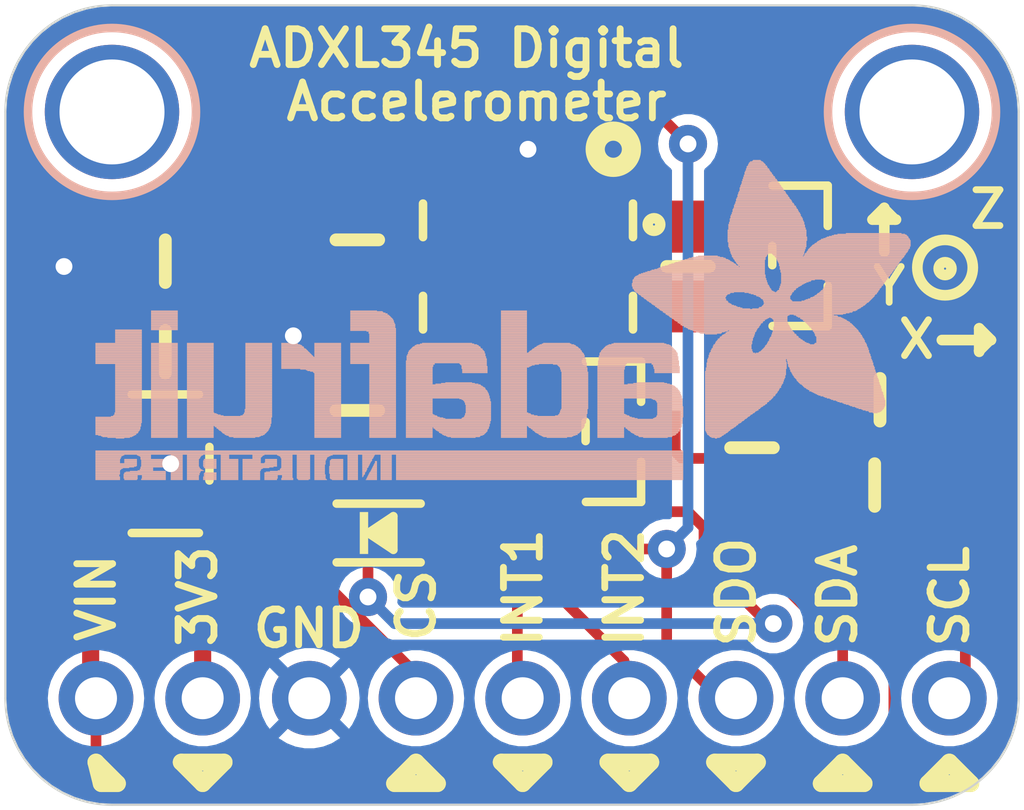
<source format=kicad_pcb>
(kicad_pcb (version 20221018) (generator pcbnew)
  (layers (0 "F.Cu" signal) (31 "B.Cu" signal) (34 "B.Paste" user) (35 "F.Paste" user) (36 "B.SilkS" user "B.Silkscreen") (37 "F.SilkS" user "F.Silkscreen") (38 "B.Mask" user) (39 "F.Mask" user) (44 "Edge.Cuts" user))
  (net 0 "")
  (net 1 "GND")
  (net 2 "CS_3V")
  (net 3 "INT1")
  (net 4 "INT2")
  (net 5 "SCL_3V")
  (net 6 "SDA/SDIO_3V")
  (net 7 "SDO/ADDR")
  (net 8 "3.3V")
  (net 9 "VIN")
  (net 10 "CS")
  (net 11 "SDA/SDIO")
  (net 12 "SCL")
  (footprint "working:LGA14" (layer "F.Cu") (at 148.8821 101.7016)
    (fp_text reference "U1" hide)
    (fp_text value "" hide)
    (pad "1" smd rect (at 2 -1.1) (size 0.5 1.2) (layers "F.Cu" "F.Paste" "F.Mask") (net 8 "3.3V"))
    (pad "2" smd rect (at 1.2 -1.1 180) (size 0.5 1.2) (layers "F.Cu" "F.Paste" "F.Mask") (net 1 "GND"))
    (pad "3" smd rect (at 0.4 -1.1 180) (size 0.5 1.2) (layers "F.Cu" "F.Paste" "F.Mask"))
    (pad "4" smd rect (at -0.4 -1.1 180) (size 0.5 1.2) (layers "F.Cu" "F.Paste" "F.Mask") (net 1 "GND"))
    (pad "5" smd rect (at -1.2 -1.1 180) (size 0.5 1.2) (layers "F.Cu" "F.Paste" "F.Mask") (net 1 "GND"))
    (pad "6" smd rect (at -2 -1.1 180) (size 0.5 1.2) (layers "F.Cu" "F.Paste" "F.Mask") (net 8 "3.3V"))
    (pad "7" smd rect (at -2.1 0 270) (size 0.5 1.2) (layers "F.Cu" "F.Paste" "F.Mask") (net 2 "CS_3V"))
    (pad "8" smd rect (at -2 1.1 180) (size 0.5 1.2) (layers "F.Cu" "F.Paste" "F.Mask") (net 3 "INT1"))
    (pad "9" smd rect (at -1.2 1.1 180) (size 0.5 1.2) (layers "F.Cu" "F.Paste" "F.Mask") (net 4 "INT2"))
    (pad "10" smd rect (at -0.4 1.1) (size 0.5 1.2) (layers "F.Cu" "F.Paste" "F.Mask"))
    (pad "11" smd rect (at 0.4 1.1) (size 0.5 1.2) (layers "F.Cu" "F.Paste" "F.Mask"))
    (pad "12" smd rect (at 1.2 1.1) (size 0.5 1.2) (layers "F.Cu" "F.Paste" "F.Mask") (net 7 "SDO/ADDR"))
    (pad "13" smd rect (at 2 1.1) (size 0.5 1.2) (layers "F.Cu" "F.Paste" "F.Mask") (net 6 "SDA/SDIO_3V"))
    (pad "14" smd rect (at 2.1 0 90) (size 0.5 1.2) (layers "F.Cu" "F.Paste" "F.Mask") (net 5 "SCL_3V"))
  )
  (footprint "working:0805-NO" (layer "F.Cu") (at 152.6921 101.7016 90)
    (fp_text reference "R3" hide)
    (fp_text value "10K" hide)
    (pad "1" smd rect (at -0.95 0 90) (size 1.24 1.5) (layers "F.Cu" "F.Paste" "F.Mask") (net 6 "SDA/SDIO_3V"))
    (pad "2" smd rect (at 0.95 0 90) (size 1.24 1.5) (layers "F.Cu" "F.Paste" "F.Mask") (net 8 "3.3V"))
  )
  (footprint "working:1X09_ROUND_70" (layer "F.Cu") (at 148.7551 111.9886)
    (fp_text reference "JP1" hide)
    (fp_text value "" hide)
    (pad "1" thru_hole circle (at -10.16 0 90) (size 1.778 1.778) (drill 1) (layers "*.Cu" "*.Mask") (net 9 "VIN"))
    (pad "2" thru_hole circle (at -7.62 0 90) (size 1.778 1.778) (drill 1) (layers "*.Cu" "*.Mask") (net 8 "3.3V"))
    (pad "3" thru_hole circle (at -5.08 0 90) (size 1.778 1.778) (drill 1) (layers "*.Cu" "*.Mask") (net 1 "GND"))
    (pad "4" thru_hole circle (at -2.54 0 90) (size 1.778 1.778) (drill 1) (layers "*.Cu" "*.Mask") (net 10 "CS"))
    (pad "5" thru_hole circle (at 0 0 90) (size 1.778 1.778) (drill 1) (layers "*.Cu" "*.Mask") (net 3 "INT1"))
    (pad "6" thru_hole circle (at 2.54 0 90) (size 1.778 1.778) (drill 1) (layers "*.Cu" "*.Mask") (net 4 "INT2"))
    (pad "7" thru_hole circle (at 5.08 0 90) (size 1.778 1.778) (drill 1) (layers "*.Cu" "*.Mask") (net 7 "SDO/ADDR"))
    (pad "8" thru_hole circle (at 7.62 0 90) (size 1.778 1.778) (drill 1) (layers "*.Cu" "*.Mask") (net 11 "SDA/SDIO"))
    (pad "9" thru_hole circle (at 10.16 0 90) (size 1.778 1.778) (drill 1) (layers "*.Cu" "*.Mask") (net 12 "SCL"))
  )
  (footprint "working:0805-NO" (layer "F.Cu") (at 144.8181 101.0666 -90)
    (fp_text reference "C1" hide)
    (fp_text value "0.1uF" hide)
    (pad "1" smd rect (at -0.95 0 270) (size 1.24 1.5) (layers "F.Cu" "F.Paste" "F.Mask") (net 8 "3.3V"))
    (pad "2" smd rect (at 0.95 0 270) (size 1.24 1.5) (layers "F.Cu" "F.Paste" "F.Mask") (net 1 "GND"))
  )
  (footprint "working:0805-NO" (layer "F.Cu") (at 144.8181 105.1306 -90)
    (fp_text reference "R2" hide)
    (fp_text value "10K" hide)
    (pad "1" smd rect (at -0.95 0 270) (size 1.24 1.5) (layers "F.Cu" "F.Paste" "F.Mask") (net 2 "CS_3V"))
    (pad "2" smd rect (at 0.95 0 270) (size 1.24 1.5) (layers "F.Cu" "F.Paste" "F.Mask") (net 8 "3.3V"))
  )
  (footprint "working:SOT23-WIDE" (layer "F.Cu") (at 155.3591 101.4476 -90)
    (fp_text reference "Q2" hide)
    (fp_text value "BSS138" hide)
    (pad "1" smd rect (at -0.95 1 270) (size 1 1.2) (layers "F.Cu" "F.Paste" "F.Mask") (net 8 "3.3V"))
    (pad "2" smd rect (at 0.95 1 270) (size 1 1.2) (layers "F.Cu" "F.Paste" "F.Mask") (net 5 "SCL_3V"))
    (pad "3" smd rect (at 0 -1 270) (size 1 1.2) (layers "F.Cu" "F.Paste" "F.Mask") (net 12 "SCL"))
  )
  (footprint "working:0805-NO" (layer "F.Cu") (at 140.2461 101.5746)
    (fp_text reference "R7" hide)
    (fp_text value "10K" hide)
    (pad "1" smd rect (at -0.95 0) (size 1.24 1.5) (layers "F.Cu" "F.Paste" "F.Mask") (net 1 "GND"))
    (pad "2" smd rect (at 0.95 0) (size 1.24 1.5) (layers "F.Cu" "F.Paste" "F.Mask") (net 7 "SDO/ADDR"))
  )
  (footprint "working:0805-NO" (layer "F.Cu") (at 157.2641 104.8766)
    (fp_text reference "R1" hide)
    (fp_text value "10K" hide)
    (pad "1" smd rect (at -0.95 0) (size 1.24 1.5) (layers "F.Cu" "F.Paste" "F.Mask") (net 5 "SCL_3V"))
    (pad "2" smd rect (at 0.95 0) (size 1.24 1.5) (layers "F.Cu" "F.Paste" "F.Mask") (net 8 "3.3V"))
  )
  (footprint "working:SOD-323_MINI" (layer "F.Cu") (at 145.3261 108.0516)
    (fp_text reference "D1" hide)
    (fp_text value "1N4148" hide)
    (pad "A" smd rect (at 1.07 0) (size 0.9 0.8) (layers "F.Cu" "F.Paste" "F.Mask") (net 2 "CS_3V"))
    (pad "C" smd rect (at -1.07 0) (size 0.9 0.8) (layers "F.Cu" "F.Paste" "F.Mask") (net 10 "CS"))
  )
  (footprint "working:SOT23-5" (layer "F.Cu") (at 140.2461 106.4006 -90)
    (fp_text reference "U2" hide)
    (fp_text value "" hide)
    (pad "1" smd rect (at -0.95 1.3001 270) (size 0.55 1.2) (layers "F.Cu" "F.Paste" "F.Mask") (net 9 "VIN"))
    (pad "2" smd rect (at 0 1.3001 270) (size 0.55 1.2) (layers "F.Cu" "F.Paste" "F.Mask") (net 1 "GND"))
    (pad "3" smd rect (at 0.95 1.3001 270) (size 0.55 1.2) (layers "F.Cu" "F.Paste" "F.Mask") (net 9 "VIN"))
    (pad "4" smd rect (at 0.95 -1.3001 270) (size 0.55 1.2) (layers "F.Cu" "F.Paste" "F.Mask"))
    (pad "5" smd rect (at -0.95 -1.3001 270) (size 0.55 1.2) (layers "F.Cu" "F.Paste" "F.Mask") (net 8 "3.3V"))
  )
  (footprint "working:FIDUCIAL_1MM" (layer "F.Cu") (at 141.5923 99.441)
    (fp_text reference "U$1" hide)
    (fp_text value "FIDUCIAL" hide)
    (pad "1" smd roundrect (at 0 0) (size 1 1) (layers "F.Cu") (roundrect_rratio 0.5))
  )
  (footprint "working:0805-NO" (layer "F.Cu") (at 140.2461 103.7336)
    (fp_text reference "C3" hide)
    (fp_text value "10µF" hide)
    (pad "1" smd rect (at -0.95 0) (size 1.24 1.5) (layers "F.Cu" "F.Paste" "F.Mask") (net 9 "VIN"))
    (pad "2" smd rect (at 0.95 0) (size 1.24 1.5) (layers "F.Cu" "F.Paste" "F.Mask") (net 1 "GND"))
  )
  (footprint "working:0805-NO" (layer "F.Cu") (at 157.1371 106.9086 180)
    (fp_text reference "R6" hide)
    (fp_text value "10K" hide)
    (pad "1" smd rect (at -0.95 0 180) (size 1.24 1.5) (layers "F.Cu" "F.Paste" "F.Mask") (net 12 "SCL"))
    (pad "2" smd rect (at 0.95 0 180) (size 1.24 1.5) (layers "F.Cu" "F.Paste" "F.Mask") (net 9 "VIN"))
  )
  (footprint "working:FIDUCIAL_1MM" (layer "F.Cu") (at 157.5181 109.0676)
    (fp_text reference "U$3" hide)
    (fp_text value "FIDUCIAL" hide)
    (pad "1" smd roundrect (at 0 0) (size 1 1) (layers "F.Cu") (roundrect_rratio 0.5))
  )
  (footprint "working:SOT23-WIDE" (layer "F.Cu") (at 150.9141 105.6386 -90)
    (fp_text reference "Q1" hide)
    (fp_text value "BSS138" hide)
    (pad "1" smd rect (at -0.95 1 270) (size 1 1.2) (layers "F.Cu" "F.Paste" "F.Mask") (net 8 "3.3V"))
    (pad "2" smd rect (at 0.95 1 270) (size 1 1.2) (layers "F.Cu" "F.Paste" "F.Mask") (net 6 "SDA/SDIO_3V"))
    (pad "3" smd rect (at 0 -1 270) (size 1 1.2) (layers "F.Cu" "F.Paste" "F.Mask") (net 11 "SDA/SDIO"))
  )
  (footprint "working:0805-NO" (layer "F.Cu") (at 154.2161 106.0196 90)
    (fp_text reference "R5" hide)
    (fp_text value "10K" hide)
    (pad "1" smd rect (at -0.95 0 90) (size 1.24 1.5) (layers "F.Cu" "F.Paste" "F.Mask") (net 11 "SDA/SDIO"))
    (pad "2" smd rect (at 0.95 0 90) (size 1.24 1.5) (layers "F.Cu" "F.Paste" "F.Mask") (net 9 "VIN"))
  )
  (footprint "working:MOUNTINGHOLE_2.5_PLATED" (layer "B.Cu") (at 158.0261 98.0186 180)
    (fp_text reference "U$4" hide)
    (fp_text value "MOUNTINGHOLE2.5" hide)
    (pad "P$1" thru_hole circle (at 0 0 180) (size 3.2 3.2) (drill 2.5) (layers "*.Cu" "*.Mask"))
    (zone (net 0) (net_name "") (layer "B.Cu") (connect_pads (clearance 0)) (min_thickness 0.25)
      (keepout (tracks not_allowed) (vias not_allowed) (pads not_allowed) (copperpour not_allowed) (footprints allowed))
      (fill (thermal_gap 0.5) (thermal_bridge_width 0.5))
      (polygon (pts (xy 156.0101 98.0186) (xy 156.02972 97.738027) (xy 156.088196 97.462915) (xy 156.184392 97.198619) (xy 156.316435 96.950283) (xy 156.481754 96.72274) (xy 156.677133 96.52042) (xy 156.898767 96.34726) (xy 157.142344 96.206631) (xy 157.403122 96.10127) (xy 157.676025 96.033228) (xy 157.955743 96.003828) (xy 158.236829 96.013644) (xy 158.513815 96.062484) (xy 158.781307 96.149397) (xy 159.0341 96.272693) (xy 159.267274 96.42997) (xy 159.476289 96.618169) (xy 159.657078 96.833625) (xy 159.806122 97.072145) (xy 159.92052 97.329087) (xy 159.998046 97.59945) (xy 160.037189 97.877971) (xy 160.037189 98.159229) (xy 159.998046 98.43775) (xy 159.92052 98.708113) (xy 159.806122 98.965055) (xy 159.657078 99.203575) (xy 159.476289 99.419031) (xy 159.267274 99.60723) (xy 159.0341 99.764507) (xy 158.781307 99.887803) (xy 158.513815 99.974716) (xy 158.236829 100.023556) (xy 157.955743 100.033372) (xy 157.676025 100.003972) (xy 157.403122 99.93593) (xy 157.142344 99.830569) (xy 156.898767 99.68994) (xy 156.677133 99.51678) (xy 156.481754 99.31446) (xy 156.316435 99.086917) (xy 156.184392 98.838581) (xy 156.088196 98.574285) (xy 156.02972 98.299173)))
      (polygon (pts (xy 158.0421 98.0186) (xy 158.037414 98.029914) (xy 158.0261 98.0346) (xy 158.014786 98.029914) (xy 158.0101 98.0186) (xy 158.014786 98.007286) (xy 158.0261 98.0026) (xy 158.037414 98.007286)))
    )
  )
  (footprint "working:ADAFRUIT_TEXT_20MM" (layer "B.Cu") (at 158.1531 106.7816 180)
    (fp_text reference "U$7" hide)
    (fp_text value "" hide)
  )
  (footprint "working:MOUNTINGHOLE_2.5_PLATED" (layer "B.Cu") (at 138.9761 98.0186 180)
    (fp_text reference "U$6" hide)
    (fp_text value "MOUNTINGHOLE2.5" hide)
    (pad "P$1" thru_hole circle (at 0 0 180) (size 3.2 3.2) (drill 2.5) (layers "*.Cu" "*.Mask"))
    (zone (net 0) (net_name "") (layer "B.Cu") (connect_pads (clearance 0)) (min_thickness 0.25)
      (keepout (tracks not_allowed) (vias not_allowed) (pads not_allowed) (copperpour not_allowed) (footprints allowed))
      (fill (thermal_gap 0.5) (thermal_bridge_width 0.5))
      (polygon (pts (xy 136.9601 98.0186) (xy 136.97972 97.738027) (xy 137.038196 97.462915) (xy 137.134392 97.198619) (xy 137.266435 96.950283) (xy 137.431754 96.72274) (xy 137.627133 96.52042) (xy 137.848767 96.34726) (xy 138.092344 96.206631) (xy 138.353122 96.10127) (xy 138.626025 96.033228) (xy 138.905743 96.003828) (xy 139.186829 96.013644) (xy 139.463815 96.062484) (xy 139.731307 96.149397) (xy 139.9841 96.272693) (xy 140.217274 96.42997) (xy 140.426289 96.618169) (xy 140.607078 96.833625) (xy 140.756122 97.072145) (xy 140.87052 97.329087) (xy 140.948046 97.59945) (xy 140.987189 97.877971) (xy 140.987189 98.159229) (xy 140.948046 98.43775) (xy 140.87052 98.708113) (xy 140.756122 98.965055) (xy 140.607078 99.203575) (xy 140.426289 99.419031) (xy 140.217274 99.60723) (xy 139.9841 99.764507) (xy 139.731307 99.887803) (xy 139.463815 99.974716) (xy 139.186829 100.023556) (xy 138.905743 100.033372) (xy 138.626025 100.003972) (xy 138.353122 99.93593) (xy 138.092344 99.830569) (xy 137.848767 99.68994) (xy 137.627133 99.51678) (xy 137.431754 99.31446) (xy 137.266435 99.086917) (xy 137.134392 98.838581) (xy 137.038196 98.574285) (xy 136.97972 98.299173)))
      (polygon (pts (xy 138.9921 98.0186) (xy 138.987414 98.029914) (xy 138.9761 98.0346) (xy 138.964786 98.029914) (xy 138.9601 98.0186) (xy 138.964786 98.007286) (xy 138.9761 98.0026) (xy 138.987414 98.007286)))
    )
  )
  (gr_line (start 155.8671 114.0206) (end 156.8831 114.0206) (stroke (width 0.4064)) (layer "F.SilkS"))
  (gr_line (start 141.1351 114.0206) (end 140.6271 113.5126) (stroke (width 0.4064)) (layer "F.SilkS"))
  (gr_line (start 141.6431 113.5126) (end 141.1351 114.0206) (stroke (width 0.4064)) (layer "F.SilkS"))
  (gr_line (start 156.8831 114.0206) (end 156.3751 113.5126) (stroke (width 0.4064)) (layer "F.SilkS"))
  (gr_line (start 157.3657 101.346) (end 157.3657 100.33) (stroke (width 0.254)) (layer "F.SilkS"))
  (gr_line (start 159.6263 103.7082) (end 159.8803 103.4542) (stroke (width 0.254)) (layer "F.SilkS"))
  (gr_line (start 149.2631 113.5126) (end 148.2471 113.5126) (stroke (width 0.4064)) (layer "F.SilkS"))
  (gr_line (start 154.3431 113.5126) (end 153.8351 114.0206) (stroke (width 0.4064)) (layer "F.SilkS"))
  (gr_line (start 157.6451 100.584) (end 157.6197 100.584) (stroke (width 0.254)) (layer "F.SilkS"))
  (gr_line (start 140.6271 113.5126) (end 141.6431 113.5126) (stroke (width 0.4064)) (layer "F.SilkS"))
  (gr_line (start 159.4231 114.0206) (end 158.9151 113.5126) (stroke (width 0.4064)) (layer "F.SilkS"))
  (gr_line (start 151.2951 114.0206) (end 150.7871 113.5126) (stroke (width 0.4064)) (layer "F.SilkS"))
  (gr_line (start 157.6197 100.584) (end 157.3657 100.33) (stroke (width 0.254)) (layer "F.SilkS"))
  (gr_line (start 159.6263 103.7336) (end 159.6263 103.7082) (stroke (width 0.254)) (layer "F.SilkS"))
  (gr_line (start 138.5951 113.5126) (end 138.7221 114.0206) (stroke (width 0.4064)) (layer "F.SilkS"))
  (gr_line (start 158.7373 103.4542) (end 159.8803 103.4542) (stroke (width 0.254)) (layer "F.SilkS"))
  (gr_line (start 158.9151 113.5126) (end 158.4071 114.0206) (stroke (width 0.4064)) (layer "F.SilkS"))
  (gr_line (start 148.2471 113.5126) (end 148.7551 114.0206) (stroke (width 0.4064)) (layer "F.SilkS"))
  (gr_line (start 146.7231 114.0206) (end 146.2151 113.5126) (stroke (width 0.4064)) (layer "F.SilkS"))
  (gr_line (start 145.7071 114.0206) (end 146.7231 114.0206) (stroke (width 0.4064)) (layer "F.SilkS"))
  (gr_line (start 157.3657 100.3046) (end 157.0863 100.584) (stroke (width 0.254)) (layer "F.SilkS"))
  (gr_circle (center 158.8135 101.7524) (end 158.8389 101.7524) (stroke (width 0.254)) (fill none) (layer "F.SilkS"))
  (gr_line (start 138.7221 114.0206) (end 139.1031 114.0206) (stroke (width 0.4064)) (layer "F.SilkS"))
  (gr_circle (center 158.8135 101.727) (end 159.4739 101.727) (stroke (width 0.254)) (fill none) (layer "F.SilkS"))
  (gr_line (start 146.2151 113.5126) (end 145.7071 114.0206) (stroke (width 0.4064)) (layer "F.SilkS"))
  (gr_line (start 158.4071 114.0206) (end 159.4231 114.0206) (stroke (width 0.4064)) (layer "F.SilkS"))
  (gr_line (start 159.9057 103.4542) (end 159.6263 103.1748) (stroke (width 0.254)) (layer "F.SilkS"))
  (gr_line (start 156.3751 113.5126) (end 155.8671 114.0206) (stroke (width 0.4064)) (layer "F.SilkS"))
  (gr_line (start 150.7871 113.5126) (end 151.8031 113.5126) (stroke (width 0.4064)) (layer "F.SilkS"))
  (gr_line (start 157.3657 100.33) (end 157.3657 100.3046) (stroke (width 0.254)) (layer "F.SilkS"))
  (gr_line (start 159.6263 103.1748) (end 159.6263 103.7082) (stroke (width 0.254)) (layer "F.SilkS"))
  (gr_line (start 148.7551 114.0206) (end 149.2631 113.5126) (stroke (width 0.4064)) (layer "F.SilkS"))
  (gr_line (start 153.3271 113.5126) (end 154.3431 113.5126) (stroke (width 0.4064)) (layer "F.SilkS"))
  (gr_line (start 139.1031 114.0206) (end 138.5951 113.5126) (stroke (width 0.4064)) (layer "F.SilkS"))
  (gr_line (start 153.8351 114.0206) (end 153.3271 113.5126) (stroke (width 0.4064)) (layer "F.SilkS"))
  (gr_line (start 157.0863 100.584) (end 157.6197 100.584) (stroke (width 0.254)) (layer "F.SilkS"))
  (gr_line (start 159.8803 103.4542) (end 159.9057 103.4542) (stroke (width 0.254)) (layer "F.SilkS"))
  (gr_circle (center 150.9141 98.9076) (end 151.1173 98.9076) (stroke (width 0.4572)) (fill none) (layer "F.SilkS"))
  (gr_line (start 151.8031 113.5126) (end 151.2951 114.0206) (stroke (width 0.4064)) (layer "F.SilkS"))
  (gr_line (start 138.9761 95.4786) (end 158.0261 95.4786) (stroke (width 0.05)) (layer "Edge.Cuts"))
  (gr_arc (start 138.9761 114.5286) (mid 137.180049 113.784651) (end 136.4361 111.9886) (stroke (width 0.05)) (layer "Edge.Cuts"))
  (gr_line (start 160.5661 98.0186) (end 160.5661 111.9886) (stroke (width 0.05)) (layer "Edge.Cuts"))
  (gr_line (start 136.4361 111.9886) (end 136.4361 98.0186) (stroke (width 0.05)) (layer "Edge.Cuts"))
  (gr_arc (start 158.0261 95.4786) (mid 159.822151 96.222549) (end 160.5661 98.0186) (stroke (width 0.05)) (layer "Edge.Cuts"))
  (gr_arc (start 136.4361 98.0186) (mid 137.180049 96.222549) (end 138.9761 95.4786) (stroke (width 0.05)) (layer "Edge.Cuts"))
  (gr_arc (start 160.5661 111.9886) (mid 159.822151 113.784651) (end 158.0261 114.5286) (stroke (width 0.05)) (layer "Edge.Cuts"))
  (gr_line (start 158.0261 114.5286) (end 138.9761 114.5286) (stroke (width 0.05)) (layer "Edge.Cuts"))
  (gr_text "VIN" (at 139.1031 110.7186 90) (layer "F.SilkS") (effects (font (size 0.85344 0.85344) (thickness 0.16256)) (justify left bottom)))
  (gr_text "ADXL345 Digital" (at 142.1511 97.0026) (layer "F.SilkS") (effects (font (size 0.85344 0.85344) (thickness 0.16256)) (justify left bottom)))
  (gr_text "SDO" (at 154.3431 110.8456 90) (layer "F.SilkS") (effects (font (size 0.85344 0.85344) (thickness 0.16256)) (justify left bottom)))
  (gr_text "Y" (at 157.0101 102.6668) (layer "F.SilkS") (effects (font (size 0.85344 0.85344) (thickness 0.16256)) (justify left bottom)))
  (gr_text "SDA" (at 156.7561 110.8456 90) (layer "F.SilkS") (effects (font (size 0.85344 0.85344) (thickness 0.16256)) (justify left bottom)))
  (gr_text "SCL" (at 159.4231 110.8456 90) (layer "F.SilkS") (effects (font (size 0.85344 0.85344) (thickness 0.16256)) (justify left bottom)))
  (gr_text "GND" (at 145.0721 109.8296) (layer "F.SilkS") (effects (font (size 0.85344 0.85344) (thickness 0.16256)) (justify right top)))
  (gr_text "Z" (at 159.3215 100.838) (layer "F.SilkS") (effects (font (size 0.85344 0.85344) (thickness 0.16256)) (justify left bottom)))
  (gr_text "3V3" (at 141.5161 110.8456 90) (layer "F.SilkS") (effects (font (size 0.85344 0.85344) (thickness 0.16256)) (justify left bottom)))
  (gr_text "X" (at 157.6197 103.9368) (layer "F.SilkS") (effects (font (size 0.85344 0.85344) (thickness 0.16256)) (justify left bottom)))
  (gr_text "CS" (at 146.7231 110.7186 90) (layer "F.SilkS") (effects (font (size 0.85344 0.85344) (thickness 0.16256)) (justify left bottom)))
  (gr_text "Accelerometer" (at 143.0401 98.2726) (layer "F.SilkS") (effects (font (size 0.85344 0.85344) (thickness 0.16256)) (justify left bottom)))
  (gr_text "INT2" (at 151.6761 110.8456 90) (layer "F.SilkS") (effects (font (size 0.85344 0.85344) (thickness 0.16256)) (justify left bottom)))
  (gr_text "INT1" (at 149.2631 110.8456 90) (layer "F.SilkS") (effects (font (size 0.85344 0.85344) (thickness 0.16256)) (justify left bottom)))
  (segment (start 144.8181 102.0166) (end 144.6301 102.0166) (width 0.254) (layer "F.Cu") (net 1))
  (segment (start 147.6821 100.6016) (end 147.6821 99.2186) (width 0.254) (layer "F.Cu") (net 1))
  (segment (start 150.0821 100.6016) (end 150.082096 99.091597) (width 0.254) (layer "F.Cu") (net 1))
  (segment (start 140.5611 103.152132) (end 140.5611 103.3526) (width 0.254) (layer "F.Cu") (net 1))
  (segment (start 139.6617 102.111935) (end 140.5611 103.011338) (width 0.4064) (layer "F.Cu") (net 1))
  (segment (start 147.9931 98.9076) (end 148.8821 98.9076) (width 0.254) (layer "F.Cu") (net 1))
  (segment (start 149.8981 98.9076) (end 148.8821 98.9076) (width 0.254) (layer "F.Cu") (net 1))
  (segment (start 150.082096 99.091597) (end 149.8981 98.9076) (width 0.254) (layer "F.Cu") (net 1))
  (segment (start 139.2961 101.5746) (end 137.9601 101.5746) (width 0.254) (layer "F.Cu") (net 1))
  (segment (start 144.6301 102.0166) (end 143.2941 103.3526) (width 0.254) (layer "F.Cu") (net 1))
  (segment (start 147.6821 99.2186) (end 147.9931 98.9076) (width 0.254) (layer "F.Cu") (net 1))
  (segment (start 148.4821 99.3076) (end 148.8821 98.9076) (width 0.254) (layer "F.Cu") (net 1))
  (segment (start 148.4821 100.6016) (end 148.4821 99.3076) (width 0.254) (layer "F.Cu") (net 1))
  (segment (start 140.5611 103.011338) (end 140.5611 103.3526) (width 0.4064) (layer "F.Cu") (net 1))
  (segment (start 140.5611 103.3526) (end 140.9421 103.7336) (width 0.254) (layer "F.Cu") (net 1))
  (segment (start 139.2961 101.5746) (end 139.6617 101.9402) (width 0.4064) (layer "F.Cu") (net 1))
  (segment (start 137.9601 101.5746) (end 137.8331 101.7016) (width 0.254) (layer "F.Cu") (net 1))
  (segment (start 139.6617 101.9402) (end 139.6617 102.111935) (width 0.4064) (layer "F.Cu") (net 1))
  (segment (start 141.1961 103.7336) (end 140.9421 103.7336) (width 0.254) (layer "F.Cu") (net 1))
  (via (at 140.3731 106.4006) (size 0.908) (drill 0.4) (layers "F.Cu" "B.Cu") (net 1))
  (via (at 137.8331 101.7016) (size 0.908) (drill 0.4) (layers "F.Cu" "B.Cu") (net 1))
  (via (at 148.8821 98.9076) (size 0.908) (drill 0.4) (layers "F.Cu" "B.Cu") (net 1))
  (via (at 143.2941 103.3526) (size 0.908) (drill 0.4) (layers "F.Cu" "B.Cu") (net 1))
  (segment (start 143.2941 103.3526) (end 143.2941 103.0986) (width 0.254) (layer "B.Cu") (net 1))
  (segment (start 137.8331 101.7016) (end 137.8331 103.2256) (width 0.254) (layer "B.Cu") (net 1))
  (segment (start 146.6581 101.7016) (end 146.545059 101.625641) (width 0.254) (layer "F.Cu") (net 2))
  (segment (start 146.0881 102.0826) (end 146.0881 104.1146) (width 0.254) (layer "F.Cu") (net 2))
  (segment (start 146.5261 104.5846) (end 146.0721 104.1306) (width 0.254) (layer "F.Cu") (net 2))
  (segment (start 144.8181 104.1806) (end 146.0721 104.1306) (width 0.254) (layer "F.Cu") (net 2))
  (segment (start 146.0721 104.1306) (end 146.0881 104.1146) (width 0.254) (layer "F.Cu") (net 2))
  (segment (start 146.3961 108.0516) (end 146.5261 104.5846) (width 0.254) (layer "F.Cu") (net 2))
  (segment (start 146.545059 101.625641) (end 146.0881 102.0826) (width 0.254) (layer "F.Cu") (net 2))
  (segment (start 146.7821 101.7016) (end 146.6581 101.7016) (width 0.254) (layer "F.Cu") (net 2))
  (segment (start 148.6281 111.8616) (end 148.7551 111.9886) (width 0.254) (layer "F.Cu") (net 3))
  (segment (start 146.8821 102.8016) (end 146.8821 103.5116) (width 0.254) (layer "F.Cu") (net 3))
  (segment (start 147.3581 108.1786) (end 148.6281 109.4486) (width 0.254) (layer "F.Cu") (net 3))
  (segment (start 147.3581 108.1786) (end 147.3581 103.9876) (width 0.254) (layer "F.Cu") (net 3))
  (segment (start 147.3581 103.9876) (end 146.8821 103.5116) (width 0.254) (layer "F.Cu") (net 3))
  (segment (start 148.6281 109.4486) (end 148.6281 111.8616) (width 0.254) (layer "F.Cu") (net 3))
  (segment (start 147.8661 107.7976) (end 147.8661 103.4796) (width 0.254) (layer "F.Cu") (net 4))
  (segment (start 147.6821 102.8016) (end 147.682103 103.295604) (width 0.254) (layer "F.Cu") (net 4))
  (segment (start 151.1681 111.8616) (end 151.2951 111.9886) (width 0.254) (layer "F.Cu") (net 4))
  (segment (start 151.1681 111.0996) (end 151.1681 111.8616) (width 0.254) (layer "F.Cu") (net 4))
  (segment (start 147.8661 107.7976) (end 151.1681 111.0996) (width 0.254) (layer "F.Cu") (net 4))
  (segment (start 147.8661 103.4796) (end 147.682103 103.295604) (width 0.254) (layer "F.Cu") (net 4))
  (segment (start 154.3591 102.3976) (end 154.4451 102.3116) (width 0.254) (layer "F.Cu") (net 5))
  (segment (start 156.3141 103.9876) (end 155.1051 102.7786) (width 0.254) (layer "F.Cu") (net 5))
  (segment (start 154.3591 102.3976) (end 155.1051 102.3976) (width 0.254) (layer "F.Cu") (net 5))
  (segment (start 150.9821 101.7016) (end 153.8351 101.7016) (width 0.2032) (layer "F.Cu") (net 5))
  (segment (start 156.3141 104.8766) (end 156.3141 103.9876) (width 0.254) (layer "F.Cu") (net 5))
  (segment (start 150.9821 101.7016) (end 150.990378 101.693322) (width 0.254) (layer "F.Cu") (net 5))
  (segment (start 154.4701 102.2096) (end 154.4701 102.2866) (width 0.254) (layer "F.Cu") (net 5))
  (segment (start 153.8351 101.7016) (end 154.4451 102.3116) (width 0.2032) (layer "F.Cu") (net 5))
  (segment (start 155.1051 102.3976) (end 155.1051 102.7786) (width 0.254) (layer "F.Cu") (net 5))
  (segment (start 154.4451 102.3116) (end 154.4701 102.2866) (width 0.254) (layer "F.Cu") (net 5))
  (segment (start 152.625921 102.717779) (end 152.6921 102.6516) (width 0.254) (layer "F.Cu") (net 6))
  (segment (start 150.8821 102.8016) (end 150.8821 106.1786) (width 0.254) (layer "F.Cu") (net 6))
  (segment (start 150.1021 106.4006) (end 149.9141 106.5886) (width 0.254) (layer "F.Cu") (net 6))
  (segment (start 150.8821 106.1786) (end 150.6601 106.4006) (width 0.254) (layer "F.Cu") (net 6))
  (segment (start 152.390125 103.1006) (end 152.323506 102.8016) (width 0.254) (layer "F.Cu") (net 6))
  (segment (start 152.323506 102.8016) (end 150.8821 102.8016) (width 0.254) (layer "F.Cu") (net 6))
  (segment (start 150.6601 106.4006) (end 150.1021 106.4006) (width 0.254) (layer "F.Cu") (net 6))
  (segment (start 152.625921 102.717779) (end 152.390125 103.1006) (width 0.254) (layer "F.Cu") (net 6))
  (segment (start 145.4531 98.6536) (end 146.7231 97.3836) (width 0.254) (layer "F.Cu") (net 7))
  (segment (start 150.0251 103.7336) (end 150.0251 102.4206) (width 0.254) (layer "F.Cu") (net 7))
  (segment (start 148.3741 103.8606) (end 148.3741 107.5436) (width 0.254) (layer "F.Cu") (net 7))
  (segment (start 141.1961 101.5746) (end 141.2621 101.5746) (width 0.254) (layer "F.Cu") (net 7))
  (segment (start 149.8981 103.8606) (end 150.0251 103.7336) (width 0.254) (layer "F.Cu") (net 7))
  (segment (start 151.295103 97.383604) (end 152.692096 98.780597) (width 0.254) (layer "F.Cu") (net 7))
  (segment (start 144.1831 98.6536) (end 141.2621 101.5746) (width 0.254) (layer "F.Cu") (net 7))
  (segment (start 144.1831 98.6536) (end 145.4531 98.6536) (width 0.254) (layer "F.Cu") (net 7))
  (segment (start 150.0821 102.8016) (end 150.0251 102.4206) (width 0.254) (layer "F.Cu") (net 7))
  (segment (start 146.7231 97.3836) (end 151.295103 97.383604) (width 0.254) (layer "F.Cu") (net 7))
  (segment (start 153.4541 111.9886) (end 152.1841 110.7186) (width 0.254) (layer "F.Cu") (net 7))
  (segment (start 152.1841 108.4326) (end 149.2631 108.4326) (width 0.254) (layer "F.Cu") (net 7))
  (segment (start 149.2631 108.4326) (end 148.3741 107.5436) (width 0.254) (layer "F.Cu") (net 7))
  (segment (start 148.3741 103.8606) (end 149.8981 103.8606) (width 0.254) (layer "F.Cu") (net 7))
  (segment (start 152.1841 108.4326) (end 152.1841 110.7186) (width 0.254) (layer "F.Cu") (net 7))
  (segment (start 153.4541 111.9886) (end 153.8351 111.9886) (width 0.254) (layer "F.Cu") (net 7))
  (via (at 152.6921 98.7806) (size 0.908) (drill 0.4) (layers "F.Cu" "B.Cu") (net 7))
  (via (at 152.1841 108.4326) (size 0.908) (drill 0.4) (layers "F.Cu" "B.Cu") (net 7))
  (segment (start 152.6921 98.7806) (end 152.6921 107.9246) (width 0.254) (layer "B.Cu") (net 7))
  (segment (start 152.6921 107.9246) (end 152.1841 108.4326) (width 0.254) (layer "B.Cu") (net 7))
  (segment (start 143.1671 105.5166) (end 142.9741 105.3236) (width 0.4064) (layer "F.Cu") (net 8))
  (segment (start 141.1351 111.9886) (end 141.1351 110.0836) (width 0.4064) (layer "F.Cu") (net 8))
  (segment (start 158.0871 104.7496) (end 158.2141 104.8766) (width 0.4064) (layer "F.Cu") (net 8))
  (segment (start 144.3101 100.3046) (end 144.7301 100.3046) (width 0.4064) (layer "F.Cu") (net 8))
  (segment (start 152.5796 100.3601) (end 152.7046 100.4851) (width 0.4064) (layer "F.Cu") (net 8))
  (segment (start 144.9701 100.3186) (end 144.7931 100.1416) (width 0.4064) (layer "F.Cu") (net 8))
  (segment (start 147.7391 98.0186) (end 150.4061 98.0186) (width 0.254) (layer "F.Cu") (net 8))
  (segment (start 146.7231 100.3436) (end 144.9701 100.3186) (width 0.4064) (layer "F.Cu") (net 8))
  (segment (start 154.5971 110.2106) (end 153.0731 108.6866) (width 0.254) (layer "F.Cu") (net 8))
  (segment (start 150.8821 100.6016) (end 152.6921 100.6016) (width 0.254) (layer "F.Cu") (net 8))
  (segment (start 142.2781 105.3236) (end 141.6732 105.3236) (width 0.4064) (layer "F.Cu") (net 8))
  (segment (start 148.8821 107.2896) (end 149.1361 107.5436) (width 0.254) (layer "F.Cu") (net 8))
  (segment (start 149.1361 107.5436) (end 152.6921 107.5436) (width 0.254) (layer "F.Cu") (net 8))
  (segment (start 145.0721 109.5756) (end 145.0721 106.3846) (width 0.254) (layer "F.Cu") (net 8))
  (segment (start 144.7301 100.3046) (end 144.8431 100.1416) (width 0.4064) (layer "F.Cu") (net 8))
  (segment (start 142.9741 105.3236) (end 142.278103 105.3236) (width 0.4064) (layer "F.Cu") (net 8))
  (segment (start 143.2781 106.1056) (end 143.1671 106.0196) (width 0.4064) (layer "F.Cu") (net 8))
  (segment (start 158.0871 100.3706) (end 154.4861 100.3706) (width 0.4064) (layer "F.Cu") (net 8))
  (segment (start 150.9141 100.1886) (end 150.8821 100.6016) (width 0.254) (layer "F.Cu") (net 8))
  (segment (start 148.9431 104.6886) (end 148.8821 104.7496) (width 0.254) (layer "F.Cu") (net 8))
  (segment (start 149.9141 104.6886) (end 148.9431 104.6886) (width 0.254) (layer "F.Cu") (net 8))
  (segment (start 150.9141 98.5266) (end 150.9141 100.1886) (width 0.254) (layer "F.Cu") (net 8))
  (segment (start 150.4061 98.0186) (end 150.9141 98.5266) (width 0.254) (layer "F.Cu") (net 8))
  (segment (start 154.3591 100.4976) (end 154.4861 100.3706) (width 0.4064) (layer "F.Cu") (net 8))
  (segment (start 146.8821 98.875604) (end 147.7391 98.0186) (width 0.254) (layer "F.Cu") (net 8))
  (segment (start 153.0731 107.9246) (end 153.0731 108.6866) (width 0.254) (layer "F.Cu") (net 8))
  (segment (start 152.692103 100.4726) (end 154.3091 100.4476) (width 0.4064) (layer "F.Cu") (net 8))
  (segment (start 146.8781 100.3436) (end 146.7231 100.3436) (width 0.4064) (layer "F.Cu") (net 8))
  (segment (start 146.8821 100.6016) (end 146.814203 100.434704) (width 0.4064) (layer "F.Cu") (net 8))
  (segment (start 143.1671 106.0196) (end 143.1671 105.5166) (width 0.4064) (layer "F.Cu") (net 8))
  (segment (start 141.5462 105.4506) (end 141.6732 105.3236) (width 0.4064) (layer "F.Cu") (net 8))
  (segment (start 158.0871 100.3706) (end 158.0871 104.7496) (width 0.4064) (layer "F.Cu") (net 8))
  (segment (start 152.6921 100.7516) (end 152.6921 100.6016) (width 0.254) (layer "F.Cu") (net 8))
  (segment (start 144.3101 100.3046) (end 142.2781 102.3366) (width 0.4064) (layer "F.Cu") (net 8))
  (segment (start 154.3091 100.4476) (end 154.3591 100.4976) (width 0.4064) (layer "F.Cu") (net 8))
  (segment (start 146.814203 100.434704) (end 146.814203 100.434704) (width 0.4064) (layer "F.Cu") (net 8))
  (segment (start 148.8821 104.7496) (end 148.8821 107.2896) (width 0.254) (layer "F.Cu") (net 8))
  (segment (start 154.5971 110.2106) (end 154.7241 110.2106) (width 0.254) (layer "F.Cu") (net 8))
  (segment (start 144.8181 106.1056) (end 143.2781 106.1056) (width 0.4064) (layer "F.Cu") (net 8))
  (segment (start 146.814203 100.434704) (end 146.7231 100.3436) (width 0.4064) (layer "F.Cu") (net 8))
  (segment (start 143.1671 108.0516) (end 143.1671 106.0196) (width 0.4064) (layer "F.Cu") (net 8))
  (segment (start 152.6921 107.5436) (end 153.0731 107.9246) (width 0.254) (layer "F.Cu") (net 8))
  (segment (start 145.0721 106.3846) (end 144.8056 106.0931) (width 0.254) (layer "F.Cu") (net 8))
  (segment (start 142.2781 105.3236) (end 142.2781 102.3366) (width 0.4064) (layer "F.Cu") (net 8))
  (segment (start 141.1351 110.0836) (end 143.1671 108.0516) (width 0.4064) (layer "F.Cu") (net 8))
  (segment (start 146.8821 100.347597) (end 146.8821 98.875604) (width 0.254) (layer "F.Cu") (net 8))
  (via (at 145.0721 109.5756) (size 0.908) (drill 0.4) (layers "F.Cu" "B.Cu") (net 8))
  (via (at 154.7241 110.2106) (size 0.908) (drill 0.4) (layers "F.Cu" "B.Cu") (net 8))
  (segment (start 145.7071 110.2106) (end 145.0721 109.5756) (width 0.254) (layer "B.Cu") (net 8))
  (segment (start 154.7241 110.2106) (end 145.7071 110.2106) (width 0.254) (layer "B.Cu") (net 8))
  (segment (start 156.1871 106.9086) (end 154.3481 105.0696) (width 0.4064) (layer "F.Cu") (net 9))
  (segment (start 157.5943 112.9284) (end 156.8831 113.6396) (width 0.254) (layer "F.Cu") (net 9))
  (segment (start 138.5951 113.3856) (end 138.5951 111.9886) (width 0.254) (layer "F.Cu") (net 9))
  (segment (start 137.7061 105.4506) (end 138.946 105.4506) (width 0.4064) (layer "F.Cu") (net 9))
  (segment (start 138.946 107.3506) (end 137.7061 107.3506) (width 0.4064) (layer "F.Cu") (net 9))
  (segment (start 138.946 105.4506) (end 138.946 105.5417) (width 0.4064) (layer "F.Cu") (net 9))
  (segment (start 154.2161 105.0696) (end 154.3481 105.0696) (width 0.4064) (layer "F.Cu") (net 9))
  (segment (start 138.4681 107.8285) (end 138.4681 111.8616) (width 0.4064) (layer "F.Cu") (net 9))
  (segment (start 157.5943 110.783219) (end 157.5943 112.9284) (width 0.254) (layer "F.Cu") (net 9))
  (segment (start 138.5951 111.9886) (end 138.4681 111.8616) (width 0.4064) (layer "F.Cu") (net 9))
  (segment (start 138.4681 107.8285) (end 138.946 107.3506) (width 0.4064) (layer "F.Cu") (net 9))
  (segment (start 138.946 104.0837) (end 138.946 105.4506) (width 0.4064) (layer "F.Cu") (net 9))
  (segment (start 137.7061 107.3506) (end 137.7061 105.4506) (width 0.4064) (layer "F.Cu") (net 9))
  (segment (start 139.2961 103.7336) (end 138.946 104.0837) (width 0.4064) (layer "F.Cu") (net 9))
  (segment (start 156.1871 109.376019) (end 157.5943 110.783219) (width 0.254) (layer "F.Cu") (net 9))
  (segment (start 138.8491 113.6396) (end 138.5951 113.3856) (width 0.254) (layer "F.Cu") (net 9))
  (segment (start 156.8831 113.6396) (end 138.8491 113.6396) (width 0.254) (layer "F.Cu") (net 9))
  (segment (start 156.1871 106.9086) (end 156.1871 109.376019) (width 0.254) (layer "F.Cu") (net 9))
  (segment (start 144.2561 108.0516) (end 144.2561 109.4486) (width 0.254) (layer "F.Cu") (net 10))
  (segment (start 146.796093 111.988594) (end 146.2151 111.9886) (width 0.254) (layer "F.Cu") (net 10))
  (segment (start 146.796093 111.988594) (end 144.2561 109.4486) (width 0.254) (layer "F.Cu") (net 10))
  (segment (start 156.3751 110.7186) (end 156.3751 111.9886) (width 0.254) (layer "F.Cu") (net 11))
  (segment (start 153.5201 106.2736) (end 152.5491 106.2736) (width 0.254) (layer "F.Cu") (net 11))
  (segment (start 154.4861 107.2396) (end 154.4861 108.8296) (width 0.254) (layer "F.Cu") (net 11))
  (segment (start 151.9141 105.6386) (end 152.5491 106.2736) (width 0.254) (layer "F.Cu") (net 11))
  (segment (start 153.5201 106.2736) (end 154.2161 106.9696) (width 0.254) (layer "F.Cu") (net 11))
  (segment (start 154.2161 106.9696) (end 154.4861 107.2396) (width 0.254) (layer "F.Cu") (net 11))
  (segment (start 154.4861 108.8296) (end 156.3751 110.7186) (width 0.254) (layer "F.Cu") (net 11))
  (segment (start 159.2961 107.6706) (end 158.5341 106.9086) (width 0.254) (layer "F.Cu") (net 12))
  (segment (start 158.5341 106.9086) (end 158.0871 106.9086) (width 0.254) (layer "F.Cu") (net 12))
  (segment (start 158.9151 111.9886) (end 159.2961 111.6076) (width 0.254) (layer "F.Cu") (net 12))
  (segment (start 158.0871 106.9086) (end 158.0871 106.6546) (width 0.254) (layer "F.Cu") (net 12))
  (segment (start 156.3591 101.4476) (end 156.7401 101.8286) (width 0.254) (layer "F.Cu") (net 12))
  (segment (start 157.2641 101.8286) (end 157.2641 105.8316) (width 0.254) (layer "F.Cu") (net 12))
  (segment (start 159.2961 107.6706) (end 159.2961 111.6076) (width 0.254) (layer "F.Cu") (net 12))
  (segment (start 157.2641 101.8286) (end 156.7401 101.8286) (width 0.254) (layer "F.Cu") (net 12))
  (segment (start 158.0871 106.6546) (end 157.2641 105.8316) (width 0.254) (layer "F.Cu") (net 12))
  (zone (net 1) (net_name "GND") (layer "B.Cu") (priority 6) (connect_pads (clearance 0.254)) (min_thickness 0.127) (fill yes (thermal_gap 0.304) (thermal_bridge_width 0.304))
    (polygon (pts (xy 160.6931 114.6556) (xy 136.3091 114.6556) (xy 136.3091 95.3516) (xy 160.6931 95.3516)))
  )
)
</source>
